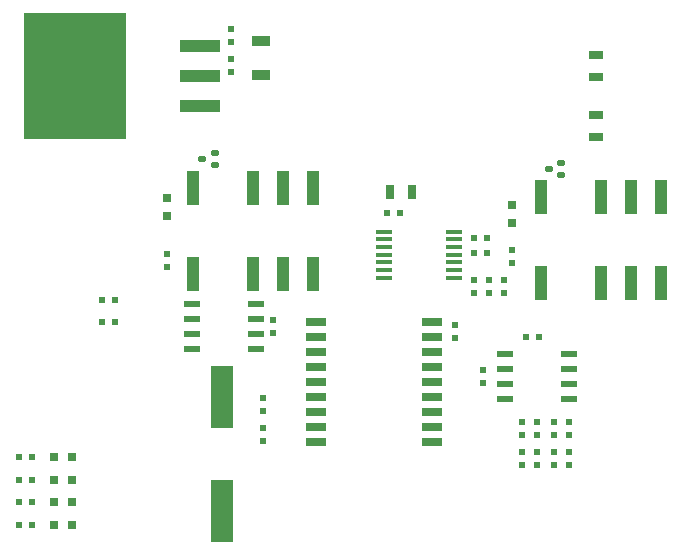
<source format=gbr>
%TF.GenerationSoftware,KiCad,Pcbnew,7.0.7*%
%TF.CreationDate,2023-10-02T21:57:18-04:00*%
%TF.ProjectId,vehicle_controL_module_0.1.0,76656869-636c-4655-9f63-6f6e74726f4c,rev?*%
%TF.SameCoordinates,Original*%
%TF.FileFunction,Paste,Top*%
%TF.FilePolarity,Positive*%
%FSLAX46Y46*%
G04 Gerber Fmt 4.6, Leading zero omitted, Abs format (unit mm)*
G04 Created by KiCad (PCBNEW 7.0.7) date 2023-10-02 21:57:18*
%MOMM*%
%LPD*%
G01*
G04 APERTURE LIST*
G04 Aperture macros list*
%AMRoundRect*
0 Rectangle with rounded corners*
0 $1 Rounding radius*
0 $2 $3 $4 $5 $6 $7 $8 $9 X,Y pos of 4 corners*
0 Add a 4 corners polygon primitive as box body*
4,1,4,$2,$3,$4,$5,$6,$7,$8,$9,$2,$3,0*
0 Add four circle primitives for the rounded corners*
1,1,$1+$1,$2,$3*
1,1,$1+$1,$4,$5*
1,1,$1+$1,$6,$7*
1,1,$1+$1,$8,$9*
0 Add four rect primitives between the rounded corners*
20,1,$1+$1,$2,$3,$4,$5,0*
20,1,$1+$1,$4,$5,$6,$7,0*
20,1,$1+$1,$6,$7,$8,$9,0*
20,1,$1+$1,$8,$9,$2,$3,0*%
G04 Aperture macros list end*
%ADD10R,1.400000X0.600000*%
%ADD11R,1.778000X0.762000*%
%ADD12R,1.930400X5.334000*%
%ADD13R,1.450000X0.450000*%
%ADD14R,8.600000X10.700000*%
%ADD15R,3.400000X1.000000*%
%ADD16RoundRect,0.057500X0.267500X-0.172500X0.267500X0.172500X-0.267500X0.172500X-0.267500X-0.172500X0*%
%ADD17R,1.100000X3.000000*%
%ADD18R,0.600000X0.500000*%
%ADD19R,0.500000X0.600000*%
%ADD20R,0.700000X1.300000*%
%ADD21R,1.600000X0.900000*%
%ADD22R,0.800000X0.800000*%
%ADD23R,1.300000X0.700000*%
G04 APERTURE END LIST*
D10*
%TO.C,U1*%
X130757750Y-114204950D03*
X130757750Y-112934950D03*
X130757750Y-111664950D03*
X130757750Y-110394950D03*
X136157750Y-110394950D03*
X136157750Y-111664950D03*
X136157750Y-112934950D03*
X136157750Y-114204950D03*
%TD*%
D11*
%TO.C,U2*%
X151072650Y-111918950D03*
X151072650Y-113188950D03*
X151072650Y-114458950D03*
X151072650Y-115728950D03*
X151072650Y-116998950D03*
X151072650Y-118268950D03*
X151072650Y-119538950D03*
X151072650Y-120808950D03*
X151072650Y-122078950D03*
X141242850Y-122078950D03*
X141242850Y-120808950D03*
X141242850Y-119538950D03*
X141242850Y-118268950D03*
X141242850Y-116998950D03*
X141242850Y-115728950D03*
X141242850Y-114458950D03*
X141242850Y-113188950D03*
X141242850Y-111918950D03*
%TD*%
D12*
%TO.C,X1*%
X133330750Y-118268950D03*
X133330750Y-127920950D03*
%TD*%
D13*
%TO.C,U5*%
X152917750Y-104253950D03*
X152917750Y-104903950D03*
X152917750Y-105553950D03*
X152917750Y-106203950D03*
X152917750Y-106853950D03*
X152917750Y-107503950D03*
X152917750Y-108153950D03*
X147017750Y-108153950D03*
X147017750Y-107503950D03*
X147017750Y-106853950D03*
X147017750Y-106203950D03*
X147017750Y-105553950D03*
X147017750Y-104903950D03*
X147017750Y-104253950D03*
%TD*%
D14*
%TO.C,U4*%
X120825750Y-91090950D03*
D15*
X131425750Y-88550950D03*
X131425750Y-91090950D03*
X131425750Y-93630950D03*
%TD*%
D16*
%TO.C,Q1*%
X160982750Y-98964950D03*
X162032750Y-98464950D03*
X162032750Y-99464950D03*
%TD*%
D17*
%TO.C,RELAY1*%
X160281750Y-101288950D03*
X165361750Y-101288950D03*
X167901750Y-101288950D03*
X170441750Y-101288950D03*
X170441750Y-108578950D03*
X167901750Y-108578950D03*
X165361750Y-108578950D03*
X160281750Y-108578950D03*
%TD*%
D18*
%TO.C,R9*%
X154666750Y-109420950D03*
X154666750Y-108320950D03*
%TD*%
%TO.C,R12*%
X155936750Y-109420950D03*
X155936750Y-108320950D03*
%TD*%
%TO.C,R11*%
X157206750Y-108320950D03*
X157206750Y-109420950D03*
%TD*%
D19*
%TO.C,C2*%
X148358750Y-102647950D03*
X147258750Y-102647950D03*
%TD*%
D20*
%TO.C,C5*%
X149393750Y-100869950D03*
X147493750Y-100869950D03*
%TD*%
D19*
%TO.C,R10*%
X154624750Y-106076950D03*
X155724750Y-106076950D03*
%TD*%
%TO.C,R3*%
X154624750Y-104806950D03*
X155724750Y-104806950D03*
%TD*%
D18*
%TO.C,C6*%
X137648750Y-112849950D03*
X137648750Y-111749950D03*
%TD*%
D21*
%TO.C,C3*%
X136632750Y-91016950D03*
X136632750Y-88116950D03*
%TD*%
D18*
%TO.C,C1*%
X134092750Y-90751950D03*
X134092750Y-89651950D03*
%TD*%
%TO.C,R8*%
X134092750Y-87111950D03*
X134092750Y-88211950D03*
%TD*%
D22*
%TO.C,D2*%
X119118750Y-123348950D03*
X120618750Y-123348950D03*
%TD*%
D19*
%TO.C,R4*%
X116143750Y-123348950D03*
X117243750Y-123348950D03*
%TD*%
D22*
%TO.C,D3*%
X119118750Y-125253950D03*
X120618750Y-125253950D03*
%TD*%
D19*
%TO.C,R5*%
X116143750Y-125253950D03*
X117243750Y-125253950D03*
%TD*%
D22*
%TO.C,D4*%
X119118750Y-127158950D03*
X120618750Y-127158950D03*
%TD*%
D19*
%TO.C,R6*%
X116143750Y-127158950D03*
X117243750Y-127158950D03*
%TD*%
D22*
%TO.C,D5*%
X119118750Y-129063950D03*
X120618750Y-129063950D03*
%TD*%
D19*
%TO.C,R7*%
X116143750Y-129063950D03*
X117243750Y-129063950D03*
%TD*%
%TO.C,R13*%
X123128750Y-110013950D03*
X124228750Y-110013950D03*
%TD*%
D18*
%TO.C,C7*%
X136759750Y-118353950D03*
X136759750Y-119453950D03*
%TD*%
%TO.C,C4*%
X136759750Y-121993950D03*
X136759750Y-120893950D03*
%TD*%
D19*
%TO.C,R14*%
X123128750Y-111918950D03*
X124228750Y-111918950D03*
%TD*%
D18*
%TO.C,R2*%
X153015750Y-113230950D03*
X153015750Y-112130950D03*
%TD*%
D22*
%TO.C,D1*%
X157841750Y-103524950D03*
X157841750Y-102024950D03*
%TD*%
D18*
%TO.C,R1*%
X157841750Y-106880950D03*
X157841750Y-105780950D03*
%TD*%
%TO.C,R15*%
X158730750Y-121485950D03*
X158730750Y-120385950D03*
%TD*%
%TO.C,R16*%
X160000750Y-121485950D03*
X160000750Y-120385950D03*
%TD*%
%TO.C,R17*%
X158730750Y-124025950D03*
X158730750Y-122925950D03*
%TD*%
%TO.C,R18*%
X160000750Y-124025950D03*
X160000750Y-122925950D03*
%TD*%
%TO.C,R19*%
X161397750Y-121485950D03*
X161397750Y-120385950D03*
%TD*%
%TO.C,R20*%
X162667750Y-121485950D03*
X162667750Y-120385950D03*
%TD*%
%TO.C,R21*%
X161397750Y-124025950D03*
X161397750Y-122925950D03*
%TD*%
%TO.C,R22*%
X162667750Y-124025950D03*
X162667750Y-122925950D03*
%TD*%
D10*
%TO.C,U6*%
X162700750Y-114585950D03*
X162700750Y-115855950D03*
X162700750Y-117125950D03*
X162700750Y-118395950D03*
X157300750Y-118395950D03*
X157300750Y-117125950D03*
X157300750Y-115855950D03*
X157300750Y-114585950D03*
%TD*%
D18*
%TO.C,R23*%
X155428750Y-117040950D03*
X155428750Y-115940950D03*
%TD*%
D19*
%TO.C,C8*%
X159069750Y-113188950D03*
X160169750Y-113188950D03*
%TD*%
D23*
%TO.C,C9*%
X164953750Y-94331950D03*
X164953750Y-96231950D03*
%TD*%
%TO.C,C10*%
X164953750Y-91151950D03*
X164953750Y-89251950D03*
%TD*%
D16*
%TO.C,Q10*%
X131645750Y-98075950D03*
X132695750Y-97575950D03*
X132695750Y-98575950D03*
%TD*%
D17*
%TO.C,RELAY2*%
X130817750Y-100526950D03*
X135897750Y-100526950D03*
X138437750Y-100526950D03*
X140977750Y-100526950D03*
X140977750Y-107816950D03*
X138437750Y-107816950D03*
X135897750Y-107816950D03*
X130817750Y-107816950D03*
%TD*%
D22*
%TO.C,D17*%
X128631750Y-102889950D03*
X128631750Y-101389950D03*
%TD*%
D18*
%TO.C,R103*%
X128631750Y-107261950D03*
X128631750Y-106161950D03*
%TD*%
M02*

</source>
